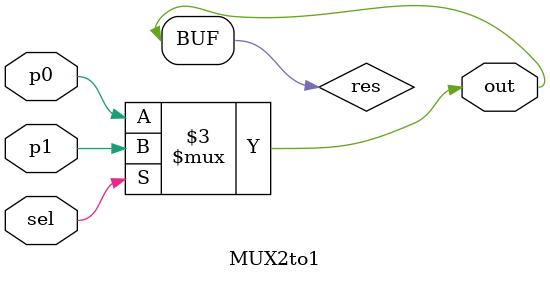
<source format=v>
module MUX2to1(p0, p1, sel, out);
    input p0, p1, sel;
    output out;

    reg res;

    always @(*) begin
        if (sel) res=p1;
        else res=p0;
    end
    
    assign out = res;
endmodule
</source>
